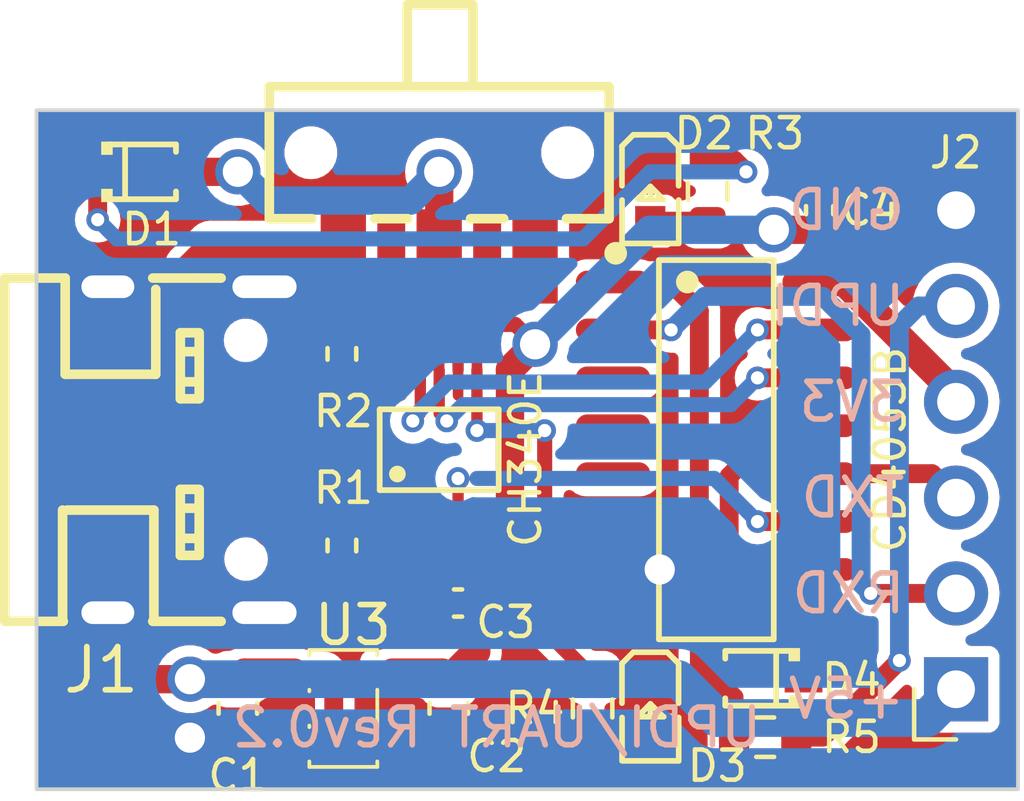
<source format=kicad_pcb>
(kicad_pcb (version 20221018) (generator pcbnew)
  (title_block (title "TS_USB") (date "2024-06-01") (rev "0.2"))
  (layers (0 "F.Cu" signal) (31 "B.Cu" signal) (34 "B.Paste" user) (35 "F.Paste" user) (36 "B.SilkS" user "B.Silkscreen") (37 "F.SilkS" user "F.Silkscreen") (38 "B.Mask" user) (39 "F.Mask" user) (44 "Edge.Cuts" user))
  (net 0 "")
  (net 1 "+3V3")
  (net 2 "Net-(D1-A)")
  (net 3 "Net-(D2-A)")
  (net 4 "Net-(D3-A)")
  (net 5 "Net-(D4-K)")
  (net 6 "Net-(D4-A)")
  (net 7 "Net-(J1-CC1)")
  (net 8 "Net-(U1-UD+)")
  (net 9 "Net-(U1-UD-)")
  (net 11 "Net-(J1-CC2)")
  (net 13 "+5V")
  (net 14 "Net-(J2-RXD)")
  (net 15 "Net-(J2-TXD)")
  (net 16 "Net-(J2-UPDI)")
  (net 17 "Net-(U1-TNOW)")
  (net 19 "Net-(U1-TXD)")
  (net 20 "Net-(U1-RXD)")
  (net 24 "Net-(U1-~{RTS})")
  (net 26 "GND")
  (net 28 "Net-(SW1-A)")
  (footprint "JSB01_Lib:SOT-23-5_L3.0-W1.7-P0.95-LS2.8" (layer "F.Cu") (at 33.528 44.958 180)
    (fp_text reference "U3" (at -0.254 2.794) (layer "F.SilkS") (effects (justify top)))
    (fp_text value "ME6217C33" hide)
    (fp_line (start -0.9 -1.55) (end -0.9 -1.404) (stroke (width 0.1)) (layer "F.SilkS"))
    (fp_line (start -0.9 -1.55) (end 0.9 -1.55) (stroke (width 0.1)) (layer "F.SilkS"))
    (fp_line (start -0.9 -0.496) (end -0.9 0.496) (stroke (width 0.1)) (layer "F.SilkS"))
    (fp_line (start -0.9 1.404) (end -0.9 1.55) (stroke (width 0.1)) (layer "F.SilkS"))
    (fp_line (start -0.9 1.55) (end 0.9 1.55) (stroke (width 0.1)) (layer "F.SilkS"))
    (fp_line (start 0.9 -1.55) (end 0.9 -1.404) (stroke (width 0.1)) (layer "F.SilkS"))
    (fp_line (start 0.9 -0.496) (end 0.9 -0.454) (stroke (width 0.1)) (layer "F.SilkS"))
    (fp_line (start 0.9 0.454) (end 0.9 0.496) (stroke (width 0.1)) (layer "F.SilkS"))
    (fp_line (start 0.9 1.404) (end 0.9 1.55) (stroke (width 0.1)) (layer "F.SilkS"))
    (pad "1" smd rect (at 1.3 0.95 180) (size 1.1 0.6) (layers "F.Cu" "F.Paste" "F.Mask") (net 13 "+5V"))
    (pad "2" smd rect (at 1.3 0 180) (size 1.1 0.6) (layers "F.Cu" "F.Paste" "F.Mask") (net 26 "GND"))
    (pad "3" smd rect (at 1.3 -0.95 180) (size 1.1 0.6) (layers "F.Cu" "F.Paste" "F.Mask") (net 13 "+5V"))
    (pad "4" smd rect (at -1.3 -0.95 180) (size 1.1 0.6) (layers "F.Cu" "F.Paste" "F.Mask"))
    (pad "5" smd rect (at -1.3 0.95 180) (size 1.1 0.6) (layers "F.Cu" "F.Paste" "F.Mask") (net 1 "+3V3"))
  )
  (footprint "Resistor_SMD:R_0402_1005Metric" (layer "F.Cu") (at 33.49 40.64 -90)
    (fp_text reference "R1" (at -1.524 -0.038) (layer "F.SilkS") (effects (font (size 0.8 0.8) (thickness 0.12))))
    (fp_text value "5.1K")
    (fp_line (start -0.153641 -0.38) (end 0.153641 -0.38) (stroke (width 0.12)) (layer "F.SilkS"))
    (fp_line (start -0.153641 0.38) (end 0.153641 0.38) (stroke (width 0.12)) (layer "F.SilkS"))
    (pad "1" smd roundrect (at -0.51 0 270) (size 0.54 0.64) (layers "F.Cu" "F.Paste" "F.Mask") (net 11 "Net-(J1-CC2)"))
    (pad "2" smd roundrect (at 0.51 0 270) (size 0.54 0.64) (layers "F.Cu" "F.Paste" "F.Mask") (net 26 "GND"))
  )
  (footprint "JSB01_Lib:LED0603-RD_GREEN" (layer "F.Cu") (at 41.656 31.242 -90)
    (fp_text reference "D2" (at -1.524 -2.286) (layer "F.SilkS") (effects (font (size 0.8 0.8) (thickness 0.12)) (justify right)))
    (fp_text value "LED" hide)
    (fp_line (start -1.49 -0.454) (end -1.19 -0.754) (stroke (width 0.15)) (layer "F.SilkS"))
    (fp_line (start -1.49 -0.354) (end -1.49 -0.454) (stroke (width 0.15)) (layer "F.SilkS"))
    (fp_line (start -1.49 -0.354) (end -1.49 0.346) (stroke (width 0.15)) (layer "F.SilkS"))
    (fp_line (start -1.49 0.346) (end -1.49 0.446) (stroke (width 0.15)) (layer "F.SilkS"))
    (fp_line (start -1.49 0.446) (end -1.19 0.746) (stroke (width 0.15)) (layer "F.SilkS"))
    (fp_line (start -0.14 -0.754) (end -1.19 -0.754) (stroke (width 0.15)) (layer "F.SilkS"))
    (fp_line (start -0.14 0.746) (end -1.19 0.746) (stroke (width 0.15)) (layer "F.SilkS"))
    (fp_line (start 0.21 0.323) (end -0.12 -0.007) (stroke (width 0.15)) (layer "F.SilkS"))
    (fp_line (start 0.22 -0.357) (end 0.22 -0.347) (stroke (width 0.15)) (layer "F.SilkS"))
    (fp_line (start 0.22 -0.357) (end 0.22 0.323) (stroke (width 0.15)) (layer "F.SilkS"))
    (fp_line (start 0.22 -0.347) (end -0.12 -0.007) (stroke (width 0.15)) (layer "F.SilkS"))
    (fp_line (start 0.22 -0.007) (end -0.12 -0.007) (stroke (width 0.15)) (layer "F.SilkS"))
    (fp_line (start 0.22 0.323) (end 0.21 0.323) (stroke (width 0.15)) (layer "F.SilkS"))
    (fp_line (start 0.24 -0.757) (end 1.39 -0.757) (stroke (width 0.15)) (layer "F.SilkS"))
    (fp_line (start 0.24 0.744) (end 1.39 0.744) (stroke (width 0.15)) (layer "F.SilkS"))
    (fp_line (start 1.39 -0.757) (end 1.39 0.723) (stroke (width 0.15)) (layer "F.SilkS"))
    (pad "1" smd rect (at -0.799 0.003) (size 0.8 0.8) (layers "F.Cu" "F.Paste" "F.Mask") (net 26 "GND"))
    (pad "2" smd rect (at 0.799 -0.003) (size 0.8 0.8) (layers "F.Cu" "F.Paste" "F.Mask") (net 3 "Net-(D2-A)"))
  )
  (footprint "JSB01_Lib:SOD-323_L1.8-W1.3-LS2.5-RD" (layer "F.Cu") (at 28.194 30.734)
    (fp_text reference "D1" (at 0.254 1.524) (layer "F.SilkS") (effects (font (size 0.8 0.8) (thickness 0.12))))
    (fp_text value "NSR0320MW2T1G" hide)
    (fp_line (start -0.851 -0.726) (end 0.901 -0.726) (stroke (width 0.152)) (layer "F.SilkS"))
    (fp_line (start -0.851 0.726) (end 0.901 0.726) (stroke (width 0.152)) (layer "F.SilkS"))
    (fp_line (start -0.447 -0.726) (end -0.447 0.726) (stroke (width 0.152)) (layer "F.SilkS"))
    (fp_line (start 0.901 -0.726) (end 0.901 -0.53) (stroke (width 0.152)) (layer "F.SilkS"))
    (fp_line (start 0.901 0.726) (end 0.901 0.52) (stroke (width 0.152)) (layer "F.SilkS"))
    (fp_poly (pts (xy -0.775 -0.802) (xy -0.775 -0.45) (xy -1.08 -0.45) (xy -1.08 -0.802)) (fill solid) (layer "F.SilkS"))
    (fp_poly (pts (xy -0.775 0.802) (xy -0.775 0.45) (xy -1.08 0.45) (xy -1.08 0.802)) (fill solid) (layer "F.SilkS"))
    (pad "1" smd rect (at -1.173 0) (size 1 0.75) (layers "F.Cu" "F.Paste" "F.Mask") (net 13 "+5V"))
    (pad "2" smd rect (at 1.173 0) (size 1 0.75) (layers "F.Cu" "F.Paste" "F.Mask") (net 2 "Net-(D1-A)"))
  )
  (footprint "Capacitor_SMD:C_0402_1005Metric" (layer "F.Cu") (at 36.568 42.164 180)
    (fp_text reference "C3" (at -1.262 -0.508) (layer "F.SilkS") (effects (font (size 0.8 0.8) (thickness 0.12))))
    (fp_text value "0.1u")
    (fp_line (start -0.107836 -0.36) (end 0.107836 -0.36) (stroke (width 0.12)) (layer "F.SilkS"))
    (fp_line (start -0.107836 0.36) (end 0.107836 0.36) (stroke (width 0.12)) (layer "F.SilkS"))
    (pad "1" smd roundrect (at -0.48 0 180) (size 0.56 0.62) (layers "F.Cu" "F.Paste" "F.Mask") (net 1 "+3V3"))
    (pad "2" smd roundrect (at 0.48 0 180) (size 0.56 0.62) (layers "F.Cu" "F.Paste" "F.Mask") (net 26 "GND"))
  )
  (footprint "Capacitor_SMD:C_0603_1608Metric" (layer "F.Cu") (at 36.322 44.958 -90)
    (fp_text reference "C2" (at 1.27 -1.27) (layer "F.SilkS") (effects (font (size 0.8 0.8) (thickness 0.12))))
    (fp_text value "10u")
    (fp_line (start -0.14058 -0.51) (end 0.14058 -0.51) (stroke (width 0.12)) (layer "F.SilkS"))
    (fp_line (start -0.14058 0.51) (end 0.14058 0.51) (stroke (width 0.12)) (layer "F.SilkS"))
    (pad "1" smd roundrect (at -0.775 0 270) (size 0.9 0.95) (layers "F.Cu" "F.Paste" "F.Mask") (net 1 "+3V3"))
    (pad "2" smd roundrect (at 0.775 0 270) (size 0.9 0.95) (layers "F.Cu" "F.Paste" "F.Mask") (net 26 "GND"))
  )
  (footprint "JSB01_Lib:LED0603-RD_GREEN" (layer "F.Cu") (at 41.656 44.958 -90)
    (fp_text reference "D3" (at 1.524 -1.778) (layer "F.SilkS") (effects (font (size 0.8 0.8) (thickness 0.12))))
    (fp_text value "LED" hide)
    (fp_line (start -1.49 -0.454) (end -1.19 -0.754) (stroke (width 0.15)) (layer "F.SilkS"))
    (fp_line (start -1.49 -0.354) (end -1.49 -0.454) (stroke (width 0.15)) (layer "F.SilkS"))
    (fp_line (start -1.49 -0.354) (end -1.49 0.346) (stroke (width 0.15)) (layer "F.SilkS"))
    (fp_line (start -1.49 0.346) (end -1.49 0.446) (stroke (width 0.15)) (layer "F.SilkS"))
    (fp_line (start -1.49 0.446) (end -1.19 0.746) (stroke (width 0.15)) (layer "F.SilkS"))
    (fp_line (start -0.14 -0.754) (end -1.19 -0.754) (stroke (width 0.15)) (layer "F.SilkS"))
    (fp_line (start -0.14 0.746) (end -1.19 0.746) (stroke (width 0.15)) (layer "F.SilkS"))
    (fp_line (start 0.21 0.323) (end -0.12 -0.007) (stroke (width 0.15)) (layer "F.SilkS"))
    (fp_line (start 0.22 -0.357) (end 0.22 -0.347) (stroke (width 0.15)) (layer "F.SilkS"))
    (fp_line (start 0.22 -0.357) (end 0.22 0.323) (stroke (width 0.15)) (layer "F.SilkS"))
    (fp_line (start 0.22 -0.347) (end -0.12 -0.007) (stroke (width 0.15)) (layer "F.SilkS"))
    (fp_line (start 0.22 -0.007) (end -0.12 -0.007) (stroke (width 0.15)) (layer "F.SilkS"))
    (fp_line (start 0.22 0.323) (end 0.21 0.323) (stroke (width 0.15)) (layer "F.SilkS"))
    (fp_line (start 0.24 -0.757) (end 1.39 -0.757) (stroke (width 0.15)) (layer "F.SilkS"))
    (fp_line (start 0.24 0.744) (end 1.39 0.744) (stroke (width 0.15)) (layer "F.SilkS"))
    (fp_line (start 1.39 -0.757) (end 1.39 0.723) (stroke (width 0.15)) (layer "F.SilkS"))
    (pad "1" smd rect (at -0.799 0.003) (size 0.8 0.8) (layers "F.Cu" "F.Paste" "F.Mask") (net 26 "GND"))
    (pad "2" smd rect (at 0.799 -0.003) (size 0.8 0.8) (layers "F.Cu" "F.Paste" "F.Mask") (net 4 "Net-(D3-A)"))
  )
  (footprint "JSB01_Lib:SW-SMD_SSSS211603" (layer "F.Cu") (at 36.068 32.976)
    (fp_text reference "SW1" hide)
    (fp_text value "Slide" hide)
    (fp_line (start -4.5 -4.5) (end -4.5 -1) (stroke (width 0.254)) (layer "F.SilkS"))
    (fp_line (start -4.5 -1) (end -3.371 -1) (stroke (width 0.254)) (layer "F.SilkS"))
    (fp_line (start -1.709 -1) (end -0.831 -1) (stroke (width 0.254)) (layer "F.SilkS"))
    (fp_line (start -0.846 -6.67) (end 0.894 -6.67) (stroke (width 0.254)) (layer "F.SilkS"))
    (fp_line (start -0.846 -4.5) (end -0.846 -6.67) (stroke (width 0.254)) (layer "F.SilkS"))
    (fp_line (start 0.831 -1) (end 1.709 -1) (stroke (width 0.254)) (layer "F.SilkS"))
    (fp_line (start 0.894 -6.67) (end 0.894 -4.5) (stroke (width 0.254)) (layer "F.SilkS"))
    (fp_line (start 3.371 -1) (end 4.5 -1) (stroke (width 0.254)) (layer "F.SilkS"))
    (fp_line (start 4.5 -4.5) (end -4.5 -4.5) (stroke (width 0.254)) (layer "F.SilkS"))
    (fp_line (start 4.5 -1) (end 4.5 -4.5) (stroke (width 0.254)) (layer "F.SilkS"))
    (pad "" np_thru_hole circle (at -3.401 -2.75) (size 0.9 0.9) (drill 0.9) (layers "F&B.Cu" "*.Mask"))
    (pad "" np_thru_hole circle (at 3.401 -2.75) (size 0.9 0.9) (drill 0.9) (layers "F&B.Cu" "*.Mask"))
    (pad "1" smd rect (at -2.54 0) (size 1.2 2.5) (layers "F.Cu" "F.Paste" "F.Mask") (net 28 "Net-(SW1-A)"))
    (pad "2" smd rect (at 0 0) (size 1.2 2.5) (layers "F.Cu" "F.Paste" "F.Mask") (net 2 "Net-(D1-A)"))
    (pad "3" smd rect (at 2.54 0) (size 1.2 2.5) (layers "F.Cu" "F.Paste" "F.Mask"))
  )
  (footprint "JSB01_Lib:PinHeader_1x06_P2.54mm" (layer "F.Cu") (at 49.76 38.1 180)
    (fp_text reference "J2" (at 0.008 7.874) (layer "F.SilkS") (effects (font (size 0.8 0.8) (thickness 0.12))))
    (fp_text value "Conn_01x06_Pin" hide)
    (fp_line (start 0 -7.68) (end 1.11 -7.68) (stroke (width 0.12)) (layer "F.SilkS"))
    (fp_line (start 1.11 -7.68) (end 1.11 -6.35) (stroke (width 0.12)) (layer "F.SilkS"))
    (pad "1" thru_hole rect (at 0 -6.35 180) (size 1.7 1.7) (drill 1) (layers "*.Cu" "*.Mask") (net 13 "+5V"))
    (pad "2" thru_hole oval (at 0 -3.81 180) (size 1.7 1.7) (drill 1) (layers "*.Cu" "*.Mask") (net 14 "Net-(J2-RXD)"))
    (pad "3" thru_hole oval (at 0 -1.27 180) (size 1.7 1.7) (drill 1) (layers "*.Cu" "*.Mask") (net 15 "Net-(J2-TXD)"))
    (pad "4" thru_hole oval (at 0 1.27 180) (size 1.7 1.7) (drill 1) (layers "*.Cu" "*.Mask") (net 1 "+3V3"))
    (pad "5" thru_hole oval (at 0 3.81 180) (size 1.7 1.7) (drill 1) (layers "*.Cu" "*.Mask") (net 16 "Net-(J2-UPDI)"))
    (pad "6" thru_hole oval (at 0 6.35 180) (size 1.7 1.7) (drill 1) (layers "*.Cu" "*.Mask") (net 26 "GND"))
  )
  (footprint "JSB01_Lib:USB-C-SMD_TYPE-C-16P-1" (layer "F.Cu") (at 29.7 38.1 -90)
    (fp_text reference "J1" (at 5.842 1.506) (layer "F.SilkS") (effects (font (size 1.143 1.143) (thickness 0.152)) (justify right)))
    (fp_text value "USB_C_Receptacle_USB2.0" hide)
    (fp_line (start -4.55 -0.01) (end -4.55 -0.591) (stroke (width 0.254)) (layer "F.SilkS"))
    (fp_line (start -4.55 -0.01) (end -4.55 1.221) (stroke (width 0.254)) (layer "F.SilkS"))
    (fp_line (start -4.55 3.54) (end -4.55 5.14) (stroke (width 0.254)) (layer "F.SilkS"))
    (fp_line (start -4.55 5.14) (end 4.55 5.14) (stroke (width 0.254)) (layer "F.SilkS"))
    (fp_line (start -4.25 1.14) (end -2 1.14) (stroke (width 0.254)) (layer "F.SilkS"))
    (fp_line (start -3.1 -0.01) (end -3.1 0.49) (stroke (width 0.254)) (layer "F.SilkS"))
    (fp_line (start -3.1 0.49) (end -1.35 0.49) (stroke (width 0.254)) (layer "F.SilkS"))
    (fp_line (start -2.6 -0.01) (end -2.6 0.49) (stroke (width 0.254)) (layer "F.SilkS"))
    (fp_line (start -2 1.14) (end -2 3.54) (stroke (width 0.254)) (layer "F.SilkS"))
    (fp_line (start -2 3.54) (end -4.55 3.54) (stroke (width 0.254)) (layer "F.SilkS"))
    (fp_line (start -1.8 -0.01) (end -1.8 0.49) (stroke (width 0.254)) (layer "F.SilkS"))
    (fp_line (start -1.35 -0.01) (end -3.05 -0.01) (stroke (width 0.254)) (layer "F.SilkS"))
    (fp_line (start -1.35 0.49) (end -1.35 -0.01) (stroke (width 0.254)) (layer "F.SilkS"))
    (fp_line (start 1.051 -0.01) (end 1.051 0.49) (stroke (width 0.254)) (layer "F.SilkS"))
    (fp_line (start 1.051 0.49) (end 2.801 0.49) (stroke (width 0.254)) (layer "F.SilkS"))
    (fp_line (start 1.551 -0.01) (end 1.551 0.49) (stroke (width 0.254)) (layer "F.SilkS"))
    (fp_line (start 1.6 1.19) (end 1.6 3.489) (stroke (width 0.254)) (layer "F.SilkS"))
    (fp_line (start 1.6 1.19) (end 4.55 1.19) (stroke (width 0.254)) (layer "F.SilkS"))
    (fp_line (start 2.351 -0.01) (end 2.351 0.49) (stroke (width 0.254)) (layer "F.SilkS"))
    (fp_line (start 2.801 -0.01) (end 1.101 -0.01) (stroke (width 0.254)) (layer "F.SilkS"))
    (fp_line (start 2.801 0.49) (end 2.801 -0.01) (stroke (width 0.254)) (layer "F.SilkS"))
    (fp_line (start 4.55 1.221) (end 4.55 -0.591) (stroke (width 0.254)) (layer "F.SilkS"))
    (fp_line (start 4.55 3.609) (end 1.6 3.609) (stroke (width 0.254)) (layer "F.SilkS"))
    (fp_line (start 4.55 5.14) (end 4.55 3.59) (stroke (width 0.254)) (layer "F.SilkS"))
    (pad "" np_thru_hole circle (at -2.9 -1.24 270) (size 0.65 0.65) (drill 0.65) (layers "F&B.Cu" "*.Mask"))
    (pad "" np_thru_hole circle (at 2.9 -1.25 270) (size 0.65 0.65) (drill 0.65) (layers "F&B.Cu" "*.Mask"))
    (pad "A1B12" smd rect (at -3.2 -2.41 270) (size 0.6 1.15) (layers "F.Cu" "F.Paste" "F.Mask") (net 26 "GND"))
    (pad "A4B9" smd rect (at -2.4 -2.41 270) (size 0.6 1.15) (layers "F.Cu" "F.Paste" "F.Mask") (net 28 "Net-(SW1-A)"))
    (pad "A5" smd rect (at -1.25 -2.41 270) (size 0.3 1.15) (layers "F.Cu" "F.Paste" "F.Mask") (net 7 "Net-(J1-CC1)"))
    (pad "A6" smd rect (at -0.25 -2.41 270) (size 0.3 1.15) (layers "F.Cu" "F.Paste" "F.Mask") (net 8 "Net-(U1-UD+)"))
    (pad "A7" smd rect (at 0.25 -2.41 270) (size 0.3 1.15) (layers "F.Cu" "F.Paste" "F.Mask") (net 9 "Net-(U1-UD-)"))
    (pad "A8" smd rect (at 1.25 -2.41 270) (size 0.3 1.15) (layers "F.Cu" "F.Paste" "F.Mask"))
    (pad "B1A12" smd rect (at 3.2 -2.41 270) (size 0.6 1.15) (layers "F.Cu" "F.Paste" "F.Mask") (net 26 "GND"))
    (pad "B4A9" smd rect (at 2.4 -2.41 270) (size 0.6 1.15) (layers "F.Cu" "F.Paste" "F.Mask") (net 28 "Net-(SW1-A)"))
    (pad "B5" smd rect (at 1.75 -2.41 270) (size 0.3 1.15) (layers "F.Cu" "F.Paste" "F.Mask") (net 11 "Net-(J1-CC2)"))
    (pad "B6" smd rect (at 0.75 -2.41 270) (size 0.3 1.15) (layers "F.Cu" "F.Paste" "F.Mask") (net 8 "Net-(U1-UD+)"))
    (pad "B7" smd rect (at -0.75 -2.41 270) (size 0.3 1.15) (layers "F.Cu" "F.Paste" "F.Mask") (net 9 "Net-(U1-UD-)"))
    (pad "B8" smd rect (at -1.75 -2.41 270) (size 0.3 1.15) (layers "F.Cu" "F.Paste" "F.Mask"))
    (pad "EP" thru_hole oval (at -4.32 -1.74 270) (size 1 2.1) (drill oval 0.6 1.7) (layers "*.Cu" "*.Paste" "*.Mask") (net 26 "GND"))
    (pad "EP" thru_hole oval (at -4.32 2.41 270) (size 1 1.8) (drill oval 0.6 1.4) (layers "*.Cu" "*.Paste" "*.Mask") (net 26 "GND"))
    (pad "EP" thru_hole oval (at 4.32 -1.74 270) (size 1 2.1) (drill oval 0.6 1.7) (layers "*.Cu" "*.Paste" "*.Mask") (net 26 "GND"))
    (pad "EP" thru_hole oval (at 4.32 2.41 270) (size 1 1.8) (drill oval 0.6 1.4) (layers "*.Cu" "*.Paste" "*.Mask") (net 26 "GND"))
  )
  (footprint "Resistor_SMD:R_0603_1608Metric" (layer "F.Cu") (at 43.18 31.242 -90)
    (fp_text reference "R3" (at -1.524 -1.778) (layer "F.SilkS") (effects (font (size 0.8 0.8) (thickness 0.12))))
    (fp_text value "2.7K")
    (fp_line (start -0.237258 -0.5225) (end 0.237258 -0.5225) (stroke (width 0.12)) (layer "F.SilkS"))
    (fp_line (start -0.237258 0.5225) (end 0.237258 0.5225) (stroke (width 0.12)) (layer "F.SilkS"))
    (pad "1" smd roundrect (at -0.825 0 270) (size 0.8 0.95) (layers "F.Cu" "F.Paste" "F.Mask") (net 13 "+5V"))
    (pad "2" smd roundrect (at 0.825 0 270) (size 0.8 0.95) (layers "F.Cu" "F.Paste" "F.Mask") (net 3 "Net-(D2-A)"))
  )
  (footprint "Resistor_SMD:R_0603_1608Metric" (layer "F.Cu") (at 40.132 44.958 -90)
    (fp_text reference "R4" (at 0 1.529) (layer "F.SilkS") (effects (font (size 0.8 0.8) (thickness 0.12))))
    (fp_text value "470")
    (fp_line (start -0.237258 -0.5225) (end 0.237258 -0.5225) (stroke (width 0.12)) (layer "F.SilkS"))
    (fp_line (start -0.237258 0.5225) (end 0.237258 0.5225) (stroke (width 0.12)) (layer "F.SilkS"))
    (pad "1" smd roundrect (at -0.825 0 270) (size 0.8 0.95) (layers "F.Cu" "F.Paste" "F.Mask") (net 17 "Net-(U1-TNOW)"))
    (pad "2" smd roundrect (at 0.825 0 270) (size 0.8 0.95) (layers "F.Cu" "F.Paste" "F.Mask") (net 4 "Net-(D3-A)"))
  )
  (footprint "Capacitor_SMD:C_0402_1005Metric" (layer "F.Cu") (at 46.146 31.75 90)
    (fp_text reference "C4" (at 0 1.352 unlocked) (layer "F.SilkS") (effects (font (size 0.8 0.8) (thickness 0.12))))
    (fp_text value "0.1u")
    (fp_line (start -0.107836 -0.36) (end 0.107836 -0.36) (stroke (width 0.12)) (layer "F.SilkS"))
    (fp_line (start -0.107836 0.36) (end 0.107836 0.36) (stroke (width 0.12)) (layer "F.SilkS"))
    (pad "1" smd roundrect (at -0.521 0 90) (size 0.56 0.62) (layers "F.Cu" "F.Paste" "F.Mask") (net 1 "+3V3"))
    (pad "2" smd roundrect (at 0.48 0 90) (size 0.56 0.62) (layers "F.Cu" "F.Paste" "F.Mask") (net 26 "GND"))
  )
  (footprint "Resistor_SMD:R_0603_1608Metric" (layer "F.Cu") (at 44.704 45.72 180)
    (fp_text reference "R5" (at -2.286 0) (layer "F.SilkS") (effects (font (size 0.8 0.8) (thickness 0.12))))
    (fp_text value "470")
    (fp_line (start -0.237258 -0.5225) (end 0.237258 -0.5225) (stroke (width 0.12)) (layer "F.SilkS"))
    (fp_line (start -0.237258 0.5225) (end 0.237258 0.5225) (stroke (width 0.12)) (layer "F.SilkS"))
    (pad "1" smd roundrect (at -0.825 0 180) (size 0.8 0.95) (layers "F.Cu" "F.Paste" "F.Mask") (net 16 "Net-(J2-UPDI)"))
    (pad "2" smd roundrect (at 0.825 0 180) (size 0.8 0.95) (layers "F.Cu" "F.Paste" "F.Mask") (net 6 "Net-(D4-A)"))
  )
  (footprint "Capacitor_SMD:C_0603_1608Metric" (layer "F.Cu") (at 30.734 44.958 -90)
    (fp_text reference "C1" (at 1.778 0) (layer "F.SilkS") (effects (font (size 0.8 0.8) (thickness 0.12))))
    (fp_text value "10u")
    (fp_line (start -0.14058 -0.51) (end 0.14058 -0.51) (stroke (width 0.12)) (layer "F.SilkS"))
    (fp_line (start -0.14058 0.51) (end 0.14058 0.51) (stroke (width 0.12)) (layer "F.SilkS"))
    (pad "1" smd roundrect (at -0.775 0 270) (size 0.9 0.95) (layers "F.Cu" "F.Paste" "F.Mask") (net 13 "+5V"))
    (pad "2" smd roundrect (at 0.775 0 270) (size 0.9 0.95) (layers "F.Cu" "F.Paste" "F.Mask") (net 26 "GND"))
  )
  (footprint "JSB01_Lib:SOIC-16_L9.9-W3.9-P1.27-LS6.0" (layer "F.Cu") (at 43.41 38.1 -90)
    (fp_text reference "CD4053B" (at 0 -4.596 -90) (layer "F.SilkS") (effects (font (size 0.8 0.8) (thickness 0.12))))
    (fp_text value "CD4053B" hide)
    (fp_line (start -5.026 -1.521) (end 5.026 -1.521) (stroke (width 0.152)) (layer "F.SilkS"))
    (fp_line (start -5.026 1.521) (end -5.026 -1.521) (stroke (width 0.152)) (layer "F.SilkS"))
    (fp_line (start 5.026 -1.521) (end 5.026 1.521) (stroke (width 0.152)) (layer "F.SilkS"))
    (fp_line (start 5.026 1.521) (end -5.026 1.521) (stroke (width 0.152)) (layer "F.SilkS"))
    (fp_arc (start -5.057 2.674) (mid -5.357118 2.66332) (end -5.056837 2.667346) (stroke (width 0.3)) (layer "F.SilkS"))
    (fp_arc (start -4.295 0.776) (mid -4.595118 0.76532) (end -4.294837 0.769346) (stroke (width 0.3)) (layer "F.SilkS"))
    (pad "1" smd oval (at -4.445 2.736 270) (size 0.602 1.971) (layers "F.Cu" "F.Paste" "F.Mask") (net 6 "Net-(D4-A)"))
    (pad "2" smd oval (at -3.175 2.736 270) (size 0.602 1.971) (layers "F.Cu" "F.Paste" "F.Mask") (net 14 "Net-(J2-RXD)"))
    (pad "3" smd oval (at -1.905 2.736 270) (size 0.602 1.971) (layers "F.Cu" "F.Paste" "F.Mask"))
    (pad "4" smd oval (at -0.635 2.736 270) (size 0.602 1.971) (layers "F.Cu" "F.Paste" "F.Mask"))
    (pad "5" smd oval (at 0.635 2.736 270) (size 0.602 1.971) (layers "F.Cu" "F.Paste" "F.Mask"))
    (pad "6" smd oval (at 1.905 2.736 270) (size 0.602 1.971) (layers "F.Cu" "F.Paste" "F.Mask") (net 26 "GND"))
    (pad "7" smd oval (at 3.175 2.736 270) (size 0.602 1.971) (layers "F.Cu" "F.Paste" "F.Mask") (net 26 "GND"))
    (pad "8" smd oval (at 4.445 2.736 270) (size 0.602 1.971) (layers "F.Cu" "F.Paste" "F.Mask") (net 26 "GND"))
    (pad "9" smd oval (at 4.445 -2.736 270) (size 0.602 1.971) (layers "F.Cu" "F.Paste" "F.Mask") (net 24 "Net-(U1-~{RTS})"))
    (pad "10" smd oval (at 3.175 -2.736 270) (size 0.602 1.971) (layers "F.Cu" "F.Paste" "F.Mask") (net 24 "Net-(U1-~{RTS})"))
    (pad "11" smd oval (at 1.905 -2.736 270) (size 0.602 1.971) (layers "F.Cu" "F.Paste" "F.Mask") (net 24 "Net-(U1-~{RTS})"))
    (pad "12" smd oval (at 0.635 -2.736 270) (size 0.602 1.971) (layers "F.Cu" "F.Paste" "F.Mask") (net 15 "Net-(J2-TXD)"))
    (pad "13" smd oval (at -0.635 -2.736 270) (size 0.602 1.971) (layers "F.Cu" "F.Paste" "F.Mask") (net 5 "Net-(D4-K)"))
    (pad "14" smd oval (at -1.905 -2.736 270) (size 0.602 1.971) (layers "F.Cu" "F.Paste" "F.Mask") (net 19 "Net-(U1-TXD)"))
    (pad "15" smd oval (at -3.175 -2.736 270) (size 0.602 1.971) (layers "F.Cu" "F.Paste" "F.Mask") (net 20 "Net-(U1-RXD)"))
    (pad "16" smd oval (at -4.445 -2.736 270) (size 0.602 1.971) (layers "F.Cu" "F.Paste" "F.Mask") (net 1 "+3V3"))
  )
  (footprint "Resistor_SMD:R_0402_1005Metric" (layer "F.Cu") (at 33.49 35.56 90)
    (fp_text reference "R2" (at -1.524 0.038 180) (layer "F.SilkS") (effects (font (size 0.8 0.8) (thickness 0.12))))
    (fp_text value "5.1K")
    (fp_line (start -0.153641 -0.38) (end 0.153641 -0.38) (stroke (width 0.12)) (layer "F.SilkS"))
    (fp_line (start -0.153641 0.38) (end 0.153641 0.38) (stroke (width 0.12)) (layer "F.SilkS"))
    (pad "1" smd roundrect (at -0.51 0 90) (size 0.54 0.64) (layers "F.Cu" "F.Paste" "F.Mask") (net 7 "Net-(J1-CC1)"))
    (pad "2" smd roundrect (at 0.51 0 90) (size 0.54 0.64) (layers "F.Cu" "F.Paste" "F.Mask") (net 26 "GND"))
  )
  (footprint "JSB01_Lib:MSOP-10_L3.0-W3.0-P0.50-LS5.0" (layer "F.Cu") (at 36.068 38.1)
    (fp_text reference "CH340E" (at 2.286 0.254 90) (layer "F.SilkS") (effects (font (size 0.8 0.8) (thickness 0.12))))
    (fp_text value "CH340E" hide)
    (fp_line (start -1.576 -1.071) (end 1.576 -1.071) (stroke (width 0.152)) (layer "F.SilkS"))
    (fp_line (start -1.576 1.071) (end -1.576 -1.071) (stroke (width 0.152)) (layer "F.SilkS"))
    (fp_line (start 1.576 -1.071) (end 1.576 1.071) (stroke (width 0.152)) (layer "F.SilkS"))
    (fp_line (start 1.576 1.071) (end -1.576 1.071) (stroke (width 0.152)) (layer "F.SilkS"))
    (fp_circle (center -1.107752 0.644263) (end -0.937383 0.644263) (stroke (width 0.1)) (fill solid) (layer "F.SilkS"))
    (pad "1" smd oval (at -1 2.11) (size 0.28 1.62) (layers "F.Cu" "F.Paste" "F.Mask") (net 8 "Net-(U1-UD+)"))
    (pad "2" smd oval (at -0.5 2.11) (size 0.28 1.62) (layers "F.Cu" "F.Paste" "F.Mask") (net 9 "Net-(U1-UD-)"))
    (pad "3" smd oval (at 0 2.11) (size 0.28 1.62) (layers "F.Cu" "F.Paste" "F.Mask") (net 26 "GND"))
    (pad "4" smd oval (at 0.5 2.11) (size 0.28 1.62) (layers "F.Cu" "F.Paste" "F.Mask") (net 24 "Net-(U1-~{RTS})"))
    (pad "5" smd oval (at 1 2.11) (size 0.28 1.62) (layers "F.Cu" "F.Paste" "F.Mask"))
    (pad "6" smd oval (at 1 -2.11) (size 0.28 1.62) (layers "F.Cu" "F.Paste" "F.Mask") (net 17 "Net-(U1-TNOW)"))
    (pad "7" smd oval (at 0.5 -2.11) (size 0.28 1.62) (layers "F.Cu" "F.Paste" "F.Mask") (net 1 "+3V3"))
    (pad "8" smd oval (at 0 -2.11) (size 0.28 1.62) (layers "F.Cu" "F.Paste" "F.Mask") (net 19 "Net-(U1-TXD)"))
    (pad "9" smd oval (at -0.5 -2.11) (size 0.28 1.62) (layers "F.Cu" "F.Paste" "F.Mask") (net 20 "Net-(U1-RXD)"))
    (pad "10" smd oval (at -1 -2.11) (size 0.28 1.62) (layers "F.Cu" "F.Paste" "F.Mask") (net 1 "+3V3"))
  )
  (footprint "JSB01_Lib:SOD-323_L1.8-W1.3-LS2.5-RD" (layer "F.Cu") (at 44.547 44.159 180)
    (fp_text reference "D4" (at -2.443 -0.037) (layer "F.SilkS") (effects (font (size 0.8 0.8) (thickness 0.12))))
    (fp_text value "1N5819WS" hide)
    (fp_line (start -0.851 -0.726) (end 0.901 -0.726) (stroke (width 0.152)) (layer "F.SilkS"))
    (fp_line (start -0.851 0.726) (end 0.901 0.726) (stroke (width 0.152)) (layer "F.SilkS"))
    (fp_line (start -0.447 -0.726) (end -0.447 0.726) (stroke (width 0.152)) (layer "F.SilkS"))
    (fp_line (start 0.901 -0.726) (end 0.901 -0.53) (stroke (width 0.152)) (layer "F.SilkS"))
    (fp_line (start 0.901 0.726) (end 0.901 0.52) (stroke (width 0.152)) (layer "F.SilkS"))
    (fp_poly (pts (xy -0.775 -0.802) (xy -0.775 -0.45) (xy -1.08 -0.45) (xy -1.08 -0.802)) (fill solid) (layer "F.SilkS"))
    (fp_poly (pts (xy -0.775 0.802) (xy -0.775 0.45) (xy -1.08 0.45) (xy -1.08 0.802)) (fill solid) (layer "F.SilkS"))
    (pad "1" smd rect (at -1.173 0 180) (size 1 0.75) (layers "F.Cu" "F.Paste" "F.Mask") (net 5 "Net-(D4-K)"))
    (pad "2" smd rect (at 1.173 0 180) (size 1 0.75) (layers "F.Cu" "F.Paste" "F.Mask") (net 6 "Net-(D4-A)"))
  )
  (gr_rect (start 25.4 29.1) (end 51.4 47.1) (stroke (width 0.1)) (fill none) (layer "Edge.Cuts"))
  (gr_text "UPDI/UART Rev0.2" (at 37.592 45.466) (layer "B.SilkS") (effects (font (size 1 1)) (justify mirror)))
  (gr_text "RXD" (at 48.482 41.91) (layer "B.SilkS") (effects (font (size 1 1)) (justify left mirror)))
  (gr_text "3V3" (at 48.482 36.83) (layer "B.SilkS") (effects (font (size 1 1)) (justify left mirror)))
  (gr_text "UPDI" (at 48.482 34.29) (layer "B.SilkS") (effects (font (size 1 1)) (justify left mirror)))
  (gr_text "TXD" (at 48.482 39.37) (layer "B.SilkS") (effects (font (size 1 1)) (justify left mirror)))
  (gr_text "+5V" (at 48.482 44.704) (layer "B.SilkS") (effects (font (size 1 1)) (justify left mirror)))
  (gr_text "GND" (at 48.482 31.75) (layer "B.SilkS") (effects (font (size 1 1)) (justify left mirror)))
  (segment (start 37.048 43.457) (end 37.048 42.164) (width 0.75) (layer "F.Cu") (net 1))
  (segment (start 49.76 36.615649) (end 49.76 36.83) (width 0.75) (layer "F.Cu") (net 1))
  (segment (start 46.799351 33.655) (end 49.76 36.615649) (width 0.75) (layer "F.Cu") (net 1))
  (segment (start 36.322 44.183) (end 37.048 43.457) (width 0.75) (layer "F.Cu") (net 1))
  (segment (start 35.068 35.99) (end 35.068 34.88) (width 0.3) (layer "F.Cu") (net 1))
  (segment (start 35.068 34.88) (end 35.168 34.78) (width 0.4) (layer "F.Cu") (net 1))
  (segment (start 37.943 41.269) (end 37.048 42.164) (width 0.75) (layer "F.Cu") (net 1))
  (segment (start 35.168 34.78) (end 38.082 34.78) (width 0.4) (layer "F.Cu") (net 1))
  (segment (start 38.608 35.306) (end 37.943 35.971) (width 0.75) (layer "F.Cu") (net 1))
  (segment (start 46.146 33.5) (end 46.146 32.271) (width 0.75) (layer "F.Cu") (net 1))
  (segment (start 36.147 44.008) (end 36.322 44.183) (width 0.75) (layer "F.Cu") (net 1))
  (segment (start 38.082 34.78) (end 38.608 35.306) (width 0.4) (layer "F.Cu") (net 1))
  (segment (start 44.934 32.271) (end 46.146 32.271) (width 0.75) (layer "F.Cu") (net 1))
  (segment (start 37.943 35.971) (end 37.943 41.269) (width 0.75) (layer "F.Cu") (net 1))
  (segment (start 36.568 35.99) (end 36.568 34.798) (width 0.3) (layer "F.Cu") (net 1))
  (segment (start 46.146 33.655) (end 46.799351 33.655) (width 0.75) (layer "F.Cu") (net 1))
  (segment (start 34.828 44.008) (end 36.147 44.008) (width 0.75) (layer "F.Cu") (net 1))
  (via (at 44.934 32.271) (size 1.2) (drill 0.8) (layers "F.Cu" "B.Cu") (net 1))
  (via (at 38.608 35.306) (size 1.2) (drill 0.8) (layers "F.Cu" "B.Cu") (net 1))
  (segment (start 38.608 35.306) (end 41.643 32.271) (width 0.75) (layer "B.Cu") (net 1))
  (segment (start 41.643 32.271) (end 44.934 32.271) (width 0.75) (layer "B.Cu") (net 1))
  (segment (start 30.734 30.734) (end 29.367 30.734) (width 0.75) (layer "F.Cu") (net 2))
  (segment (start 36.068 32.976) (end 36.068 30.734) (width 0.75) (layer "F.Cu") (net 2))
  (via (at 36.068 30.734) (size 1.2) (drill 0.8) (layers "F.Cu" "B.Cu") (net 2))
  (via (at 30.734 30.734) (size 1.2) (drill 0.8) (layers "F.Cu" "B.Cu") (net 2))
  (segment (start 31.496 31.496) (end 35.306 31.496) (width 0.75) (layer "B.Cu") (net 2))
  (segment (start 35.306 31.496) (end 36.068 30.734) (width 0.75) (layer "B.Cu") (net 2))
  (segment (start 30.734 30.734) (end 31.496 31.496) (width 0.75) (layer "B.Cu") (net 2))
  (segment (start 43.154 32.041) (end 43.18 32.067) (width 0.5) (layer "F.Cu") (net 3))
  (segment (start 41.659 32.041) (end 43.154 32.041) (width 0.5) (layer "F.Cu") (net 3))
  (segment (start 40.132 45.783) (end 41.633 45.783) (width 0.5) (layer "F.Cu") (net 4))
  (segment (start 45.085 37.465) (end 43.75 38.8) (width 0.5) (layer "F.Cu") (net 5))
  (segment (start 43.75 42.189) (end 45.72 44.159) (width 0.5) (layer "F.Cu") (net 5))
  (segment (start 43.75 38.8) (end 43.75 42.189) (width 0.5) (layer "F.Cu") (net 5))
  (segment (start 46.146 37.465) (end 45.085 37.465) (width 0.5) (layer "F.Cu") (net 5))
  (segment (start 40.674 33.655) (end 42.184661 33.655) (width 0.5) (layer "F.Cu") (net 6))
  (segment (start 42.96 43.745) (end 43.374 44.159) (width 0.5) (layer "F.Cu") (net 6))
  (segment (start 43.879 44.664) (end 43.374 44.159) (width 0.5) (layer "F.Cu") (net 6))
  (segment (start 42.184661 33.655) (end 42.96 34.430339) (width 0.5) (layer "F.Cu") (net 6))
  (segment (start 42.96 34.430339) (end 42.96 43.745) (width 0.5) (layer "F.Cu") (net 6))
  (segment (start 43.879 45.72) (end 43.879 44.664) (width 0.5) (layer "F.Cu") (net 6))
  (segment (start 33.49 36.07) (end 33.49 36.395) (width 0.3) (layer "F.Cu") (net 7))
  (segment (start 33.49 36.395) (end 33.035 36.85) (width 0.3) (layer "F.Cu") (net 7))
  (segment (start 33.035 36.85) (end 32.11 36.85) (width 0.3) (layer "F.Cu") (net 7))
  (segment (start 33.035 38.85) (end 33.155 38.73) (width 0.3) (layer "F.Cu") (net 8))
  (segment (start 34.786 38.85) (end 35.068 39.132) (width 0.3) (layer "F.Cu") (net 8))
  (segment (start 32.11 38.85) (end 33.035 38.85) (width 0.3) (layer "F.Cu") (net 8))
  (segment (start 33.155 37.97) (end 33.035 37.85) (width 0.3) (layer "F.Cu") (net 8))
  (segment (start 33.035 38.85) (end 34.786 38.85) (width 0.3) (layer "F.Cu") (net 8))
  (segment (start 35.068 39.132) (end 35.068 40.21) (width 0.3) (layer "F.Cu") (net 8))
  (segment (start 33.035 37.85) (end 32.11 37.85) (width 0.3) (layer "F.Cu") (net 8))
  (segment (start 33.155 38.73) (end 33.155 37.97) (width 0.3) (layer "F.Cu") (net 8))
  (segment (start 31.235 37.35) (end 31.185 37.4) (width 0.3) (layer "F.Cu") (net 9))
  (segment (start 31.235 38.35) (end 32.11 38.35) (width 0.3) (layer "F.Cu") (net 9))
  (segment (start 32.11 37.35) (end 31.235 37.35) (width 0.3) (layer "F.Cu") (net 9))
  (segment (start 34.048 37.35) (end 35.568 38.87) (width 0.3) (layer "F.Cu") (net 9))
  (segment (start 31.185 37.4) (end 31.185 38.3) (width 0.3) (layer "F.Cu") (net 9))
  (segment (start 32.11 37.35) (end 34.048 37.35) (width 0.3) (layer "F.Cu") (net 9))
  (segment (start 35.568 38.87) (end 35.568 40.21) (width 0.3) (layer "F.Cu") (net 9))
  (segment (start 32.11 39.85) (end 33.21 39.85) (width 0.3) (layer "F.Cu") (net 11))
  (segment (start 33.21 39.85) (end 33.49 40.13) (width 0.3) (layer "F.Cu") (net 11))
  (segment (start 25.775 43.18) (end 26.778 44.183) (width 0.75) (layer "F.Cu") (net 13))
  (segment (start 43.879 30.417) (end 44.196 30.734) (width 0.5) (layer "F.Cu") (net 13))
  (segment (start 29.464 44.183) (end 30.734 44.183) (width 0.75) (layer "F.Cu") (net 13))
  (segment (start 33.028 45.908) (end 32.228 45.908) (width 0.5) (layer "F.Cu") (net 13))
  (segment (start 33.274 44.254) (end 33.274 45.662) (width 0.5) (layer "F.Cu") (net 13))
  (segment (start 25.775 31.883) (end 25.775 43.18) (width 0.75) (layer "F.Cu") (net 13))
  (segment (start 30.909 44.008) (end 32.228 44.008) (width 0.75) (layer "F.Cu") (net 13))
  (segment (start 43.18 30.417) (end 43.879 30.417) (width 0.5) (layer "F.Cu") (net 13))
  (segment (start 27.021 30.734) (end 26.924 30.734) (width 0.75) (layer "F.Cu") (net 13))
  (segment (start 26.924 30.734) (end 25.775 31.883) (width 0.75) (layer "F.Cu") (net 13))
  (segment (start 30.734 44.183) (end 30.909 44.008) (width 0.75) (layer "F.Cu") (net 13))
  (segment (start 29.6735 44.183) (end 29.464 43.9735) (width 0.75) (layer "F.Cu") (net 13))
  (segment (start 26.778 44.183) (end 29.464 44.183) (width 0.75) (layer "F.Cu") (net 13))
  (segment (start 32.228 44.008) (end 33.028 44.008) (width 0.5) (layer "F.Cu") (net 13))
  (segment (start 33.274 45.662) (end 33.028 45.908) (width 0.5) (layer "F.Cu") (net 13))
  (segment (start 33.028 44.008) (end 33.274 44.254) (width 0.5) (layer "F.Cu") (net 13))
  (segment (start 27.021 30.734) (end 27.021 32.004) (width 0.5) (layer "F.Cu") (net 13))
  (via (at 44.196 30.734) (size 0.6) (drill 0.35) (layers "F.Cu" "B.Cu") (net 13))
  (via (at 29.464 44.183) (size 1.2) (drill 0.8) (layers "F.Cu" "B.Cu") (net 13))
  (via (at 27.021 32.004) (size 0.6) (drill 0.35) (layers "F.Cu" "B.Cu") (net 13))
  (segment (start 43.434 45.212) (end 48.998 45.212) (width 1) (layer "B.Cu") (net 13))
  (segment (start 29.464 44.183) (end 42.405 44.183) (width 1) (layer "B.Cu") (net 13))
  (segment (start 27.021 32.004) (end 27.529 32.512) (width 0.4) (layer "B.Cu") (net 13))
  (segment (start 42.405 44.183) (end 43.434 45.212) (width 1) (layer "B.Cu") (net 13))
  (segment (start 39.878 32.512) (end 41.656 30.734) (width 0.4) (layer "B.Cu") (net 13))
  (segment (start 27.529 32.512) (end 36.322 32.512) (width 0.4) (layer "B.Cu") (net 13))
  (segment (start 36.322 32.512) (end 39.878 32.512) (width 0.4) (layer "B.Cu") (net 13))
  (segment (start 41.656 30.734) (end 43.942 30.734) (width 0.4) (layer "B.Cu") (net 13))
  (segment (start 48.998 45.212) (end 49.76 44.45) (width 1) (layer "B.Cu") (net 13))
  (segment (start 49.76 41.91) (end 47.498 41.91) (width 0.5) (layer "F.Cu") (net 14))
  (segment (start 40.674 34.925) (end 42.2105 34.925) (width 0.5) (layer "F.Cu") (net 14))
  (segment (start 41.394707 34.925) (end 41.395577 34.92587) (width 0.5) (layer "F.Cu") (net 14))
  (via (at 42.2105 34.925) (size 0.6) (drill 0.35) (layers "F.Cu" "B.Cu") (net 14))
  (via (at 47.498 41.91) (size 0.6) (drill 0.35) (layers "F.Cu" "B.Cu") (net 14))
  (segment (start 43.0995 34.036) (end 46.228 34.036) (width 0.5) (layer "B.Cu") (net 14))
  (segment (start 47.244 35.052) (end 47.244 41.656) (width 0.5) (layer "B.Cu") (net 14))
  (segment (start 46.228 34.036) (end 47.244 35.052) (width 0.5) (layer "B.Cu") (net 14))
  (segment (start 47.244 41.656) (end 47.498 41.91) (width 0.5) (layer "B.Cu") (net 14))
  (segment (start 42.2105 34.925) (end 43.0995 34.036) (width 0.5) (layer "B.Cu") (net 14))
  (segment (start 49.125 38.735) (end 49.76 39.37) (width 0.5) (layer "F.Cu") (net 15))
  (segment (start 46.146 38.735) (end 49.125 38.735) (width 0.5) (layer "F.Cu") (net 15))
  (segment (start 48.26 43.688) (end 46.228 45.72) (width 0.5) (layer "F.Cu") (net 16))
  (segment (start 46.228 45.72) (end 45.529 45.72) (width 0.5) (layer "F.Cu") (net 16))
  (via (at 48.26 43.688) (size 0.6) (drill 0.35) (layers "F.Cu" "B.Cu") (net 16))
  (segment (start 48.768 34.29) (end 48.26 34.798) (width 0.5) (layer "B.Cu") (net 16))
  (segment (start 48.26 34.798) (end 48.26 43.688) (width 0.5) (layer "B.Cu") (net 16))
  (segment (start 49.76 34.29) (end 48.768 34.29) (width 0.5) (layer "B.Cu") (net 16))
  (segment (start 38.862 37.592) (end 38.862 42.863) (width 0.4) (layer "F.Cu") (net 17))
  (segment (start 38.862 42.863) (end 40.132 44.133) (width 0.4) (layer "F.Cu") (net 17))
  (segment (start 37.068 35.99) (end 37.068 37.592) (width 0.3) (layer "F.Cu") (net 17))
  (via (at 37.068 37.592) (size 0.6) (drill 0.35) (layers "F.Cu" "B.Cu") (net 17))
  (via (at 38.862 37.592) (size 0.6) (drill 0.35) (layers "F.Cu" "B.Cu") (net 17))
  (segment (start 37.068 37.592) (end 38.862 37.592) (width 0.4) (layer "B.Cu") (net 17))
  (segment (start 36.068 37.138) (end 36.268 37.338) (width 0.3) (layer "F.Cu") (net 19))
  (segment (start 46.146 36.195) (end 44.5 36.195) (width 0.5) (layer "F.Cu") (net 19))
  (segment (start 36.068 35.99) (end 36.068 37.138) (width 0.3) (layer "F.Cu") (net 19))
  (via (at 44.5 36.195) (size 0.6) (drill 0.35) (layers "F.Cu" "B.Cu") (net 19))
  (via (at 36.268 37.338) (size 0.6) (drill 0.35) (layers "F.Cu" "B.Cu") (net 19))
  (segment (start 36.7 36.906) (end 36.268 37.338) (width 0.4) (layer "B.Cu") (net 19))
  (segment (start 43.789 36.906) (end 36.7 36.906) (width 0.4) (layer "B.Cu") (net 19))
  (segment (start 44.5 36.195) (end 43.789 36.906) (width 0.4) (layer "B.Cu") (net 19))
  (segment (start 35.568 37.138) (end 35.368 37.338) (width 0.3) (layer "F.Cu") (net 20))
  (segment (start 35.568 35.99) (end 35.568 37.138) (width 0.3) (layer "F.Cu") (net 20))
  (segment (start 46.146 34.925) (end 44.5 34.925) (width 0.5) (layer "F.Cu") (net 20))
  (via (at 44.5 34.925) (size 0.6) (drill 0.35) (layers "F.Cu" "B.Cu") (net 20))
  (via (at 35.368 37.338) (size 0.6) (drill 0.35) (layers "F.Cu" "B.Cu") (net 20))
  (segment (start 44.5 34.925) (end 43.119 36.306) (width 0.4) (layer "B.Cu") (net 20))
  (segment (start 43.119 36.306) (end 36.31005 36.306) (width 0.4) (layer "B.Cu") (net 20))
  (segment (start 36.31005 36.306) (end 35.368 37.24805) (width 0.4) (layer "B.Cu") (net 20))
  (segment (start 35.368 37.24805) (end 35.368 37.338) (width 0.4) (layer "B.Cu") (net 20))
  (segment (start 44.5 34.978) (end 44.5 34.925) (width 0.3) (layer "B.Cu") (net 20))
  (segment (start 36.568 40.21) (end 36.568 38.862) (width 0.3) (layer "F.Cu") (net 24))
  (segment (start 46.146 42.3) (end 46.146 40.3) (width 1) (layer "F.Cu") (net 24))
  (segment (start 46.146 40.005) (end 44.5 40.005) (width 0.5) (layer "F.Cu") (net 24))
  (via (at 44.5 40.005) (size 0.6) (drill 0.35) (layers "F.Cu" "B.Cu") (net 24))
  (via (at 36.568 38.862) (size 0.6) (drill 0.35) (layers "F.Cu" "B.Cu") (net 24))
  (segment (start 43.357 38.862) (end 44.5 40.005) (width 0.4) (layer "B.Cu") (net 24))
  (segment (start 37.068 38.862) (end 43.357 38.862) (width 0.4) (layer "B.Cu") (net 24))
  (segment (start 32.11 41.3) (end 33.34 41.3) (width 0.5) (layer "F.Cu") (net 26))
  (segment (start 29.464 45.733) (end 30.734 45.733) (width 0.5) (layer "F.Cu") (net 26))
  (segment (start 33.34 34.9) (end 33.49 35.05) (width 0.5) (layer "F.Cu") (net 26))
  (segment (start 33.49 35.05) (end 33.620182 35.05) (width 0.4) (layer "F.Cu") (net 26))
  (segment (start 46.146 31.27) (end 49.28 31.27) (width 0.5) (layer "F.Cu") (net 26))
  (segment (start 33.49 41.15) (end 34.504 42.164) (width 0.3) (layer "F.Cu") (net 26))
  (segment (start 31.44 33.78) (end 31.44 34.23) (width 0.5) (layer "F.Cu") (net 26))
  (segment (start 34.504 42.164) (end 36.088 42.164) (width 0.3) (layer "F.Cu") (net 26))
  (segment (start 49.28 31.27) (end 49.76 31.75) (width 0.5) (layer "F.Cu") (net 26))
  (segment (start 41.653 43.524) (end 41.653 44.159) (width 0.75) (layer "F.Cu") (net 26))
  (segment (start 33.34 41.3) (end 33.49 41.15) (width 0.5) (layer "F.Cu") (net 26))
  (segment (start 39.674 41.275) (end 41.14 41.275) (width 0.75) (layer "F.Cu") (net 26))
  (segment (start 36.068 42.144) (end 36.088 42.164) (width 0.3) (layer "F.Cu") (net 26))
  (segment (start 31.44 42.42) (end 31.44 41.97) (width 0.5) (layer "F.Cu") (net 26))
  (segment (start 31.44 34.23) (end 32.11 34.9) (width 0.5) (layer "F.Cu") (net 26))
  (segment (start 31.44 41.97) (end 32.11 41.3) (width 0.5) (layer "F.Cu") (net 26))
  (segment (start 40.674 42.545) (end 41.653 43.524) (width 0.75) (layer "F.Cu") (net 26))
  (segment (start 31.509 44.958) (end 30.734 45.733) (width 0.5) (layer "F.Cu") (net 26))
  (segment (start 40.674 40.3) (end 40.674 42.3) (width 1) (layer "F.Cu") (net 26))
  (segment (start 36.068 40.21) (end 36.068 42.144) (width 0.3) (layer "F.Cu") (net 26))
  (segment (start 32.228 44.958) (end 31.509 44.958) (width 0.5) (layer "F.Cu") (net 26))
  (segment (start 42.529 29.567) (end 44.443 29.567) (width 0.5) (layer "F.Cu") (net 26))
  (segment (start 44.443 29.567) (end 46.146 31.27) (width 0.5) (layer "F.Cu") (net 26))
  (segment (start 41.653 30.443) (end 42.529 29.567) (width 0.5) (layer "F.Cu") (net 26))
  (segment (start 32.11 34.9) (end 33.34 34.9) (width 0.5) (layer "F.Cu") (net 26))
  (segment (start 33.442 41.402) (end 33.34 41.3) (width 0.3) (layer "F.Cu") (net 26))
  (via (at 41.91 41.275) (size 1.2) (drill 0.8) (layers "F.Cu" "B.Cu") (net 26))
  (via (at 29.464 45.733) (size 1.2) (drill 0.8) (layers "F.Cu" "B.Cu") (net 26))
  (segment (start 27.29 42.42) (end 31.44 42.42) (width 1) (layer "B.Cu") (net 26))
  (segment (start 27.29 33.78) (end 27.29 42.42) (width 1) (layer "B.Cu") (net 26))
  (segment (start 27.29 44.308) (end 28.715 45.733) (width 0.75) (layer "B.Cu") (net 26))
  (segment (start 40.765 42.42) (end 31.44 42.42) (width 1) (layer "B.Cu") (net 26))
  (segment (start 27.29 42.42) (end 27.29 44.308) (width 0.75) (layer "B.Cu") (net 26))
  (segment (start 28.715 45.733) (end 29.464 45.733) (width 0.75) (layer "B.Cu") (net 26))
  (segment (start 27.29 33.78) (end 31.44 33.78) (width 1) (layer "B.Cu") (net 26))
  (segment (start 41.91 41.275) (end 41.927214 41.292214) (width 1) (layer "B.Cu") (net 26))
  (segment (start 41.91 41.275) (end 40.765 42.42) (width 1) (layer "B.Cu") (net 26))
  (segment (start 29.464 33.274) (end 30.033 32.705) (width 0.75) (layer "F.Cu") (net 28))
  (segment (start 30.449695 39.37) (end 30.449695 36.83) (width 0.75) (layer "F.Cu") (net 28))
  (segment (start 30.033 32.705) (end 33.257 32.705) (width 0.75) (layer "F.Cu") (net 28))
  (segment (start 29.464 35.844305) (end 29.464 33.274) (width 0.75) (layer "F.Cu") (net 28))
  (segment (start 30.449695 36.83) (end 29.464 35.844305) (width 0.75) (layer "F.Cu") (net 28))
  (segment (start 30.5 39.6) (end 31.475305 40.45) (width 0.4) (layer "F.Cu") (net 28))
  (segment (start 31.6 35.7) (end 30.5 36.6) (width 0.4) (layer "F.Cu") (net 28))
  (zone (net 26) (net_name "GND") (layer "F.Cu") (connect_pads yes (clearance 0.3)) (min_thickness 0.3) (fill yes (thermal_gap 0.5) (thermal_bridge_width 0.5))
    (polygon (pts (xy 25.4 28.956) (xy 51.562 28.956) (xy 51.562 47.244) (xy 25.4 47.244)))
  )
  (zone (net 26) (net_name "GND") (layer "B.Cu") (priority 1) (connect_pads yes (clearance 0.3)) (min_thickness 0.3) (fill yes (thermal_gap 0.5) (thermal_bridge_width 0.5))
    (polygon (pts (xy 25.4 28.956) (xy 51.562 28.956) (xy 51.562 47.244) (xy 25.4 47.244)))
  )
)
</source>
